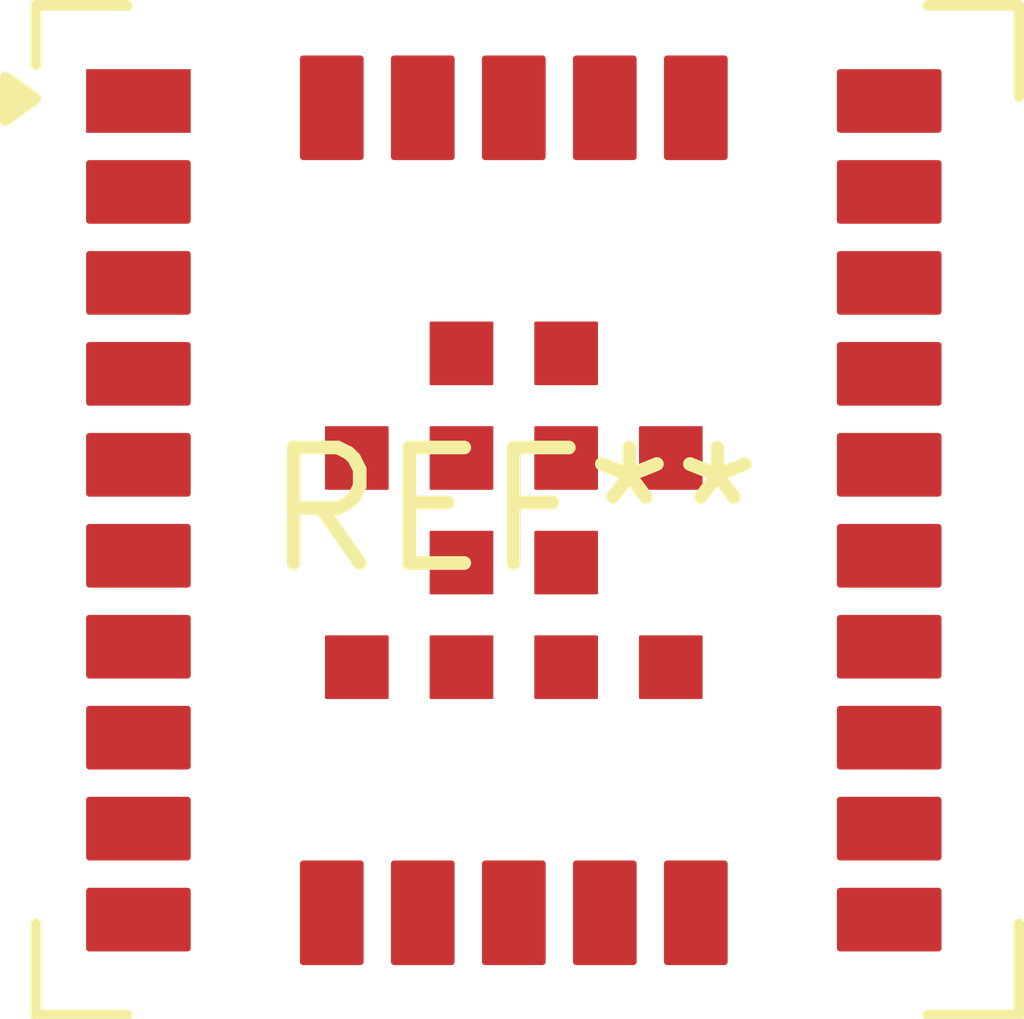
<source format=kicad_pcb>
(kicad_pcb (version 20240108) (generator pcbnew)
  (layers (0 "F.Cu" signal) (31 "B.Cu" signal) (34 "B.Paste" user) (35 "F.Paste" user) (36 "B.SilkS" user "B.Silkscreen") (37 "F.SilkS" user "F.Silkscreen") (38 "B.Mask" user) (39 "F.Mask" user) (44 "Edge.Cuts" user))
  (net 0 "")
  (footprint "NINA-B111" (layer "F.Cu") (at 0 0)
    (property "Reference" "REF**")
    (property "Value" "NINA-B111")
    (fp_line (start -5.25 -5.55) (end -4.25 -5.55) (layer "F.SilkS") (stroke (width 0.12)))
    (fp_line (start -5.25 -4.9) (end -5.25 -5.55) (layer "F.SilkS") (stroke (width 0.12)))
    (fp_line (start -5.25 5.55) (end -5.25 4.55) (layer "F.SilkS") (stroke (width 0.12)))
    (fp_line (start -4.25 5.55) (end -5.25 5.55) (layer "F.SilkS") (stroke (width 0.12)))
    (fp_line (start 4.55 -5.55) (end 5.55 -5.55) (layer "F.SilkS") (stroke (width 0.12)))
    (fp_line (start 5.55 -5.55) (end 5.55 -4.55) (layer "F.SilkS") (stroke (width 0.12)))
    (fp_line (start 5.55 4.55) (end 5.55 5.55) (layer "F.SilkS") (stroke (width 0.12)))
    (fp_line (start 5.55 5.55) (end 4.55 5.55) (layer "F.SilkS") (stroke (width 0.12)))
    (fp_poly (pts (xy -5.25 -4.525) (xy -5.586 -4.285) (xy -5.586 -4.765) (xy -5.25 -4.525)) (layer "F.SilkS") (stroke (width 0.12)) (fill solid))
    (pad "1" smd rect (at -4.125 -4.5) (size 1.15 0.7) (layers "F.Cu" "F.Paste" "F.Mask"))
    (pad "2" smd roundrect (at -4.125 -3.5) (size 1.15 0.7) (layers "F.Cu" "F.Paste" "F.Mask") (roundrect_rratio 0.05))
    (pad "3" smd roundrect (at -4.125 -2.5) (size 1.15 0.7) (layers "F.Cu" "F.Paste" "F.Mask") (roundrect_rratio 0.05))
    (pad "4" smd roundrect (at -4.125 -1.5) (size 1.15 0.7) (layers "F.Cu" "F.Paste" "F.Mask") (roundrect_rratio 0.05))
    (pad "5" smd roundrect (at -4.125 -0.5) (size 1.15 0.7) (layers "F.Cu" "F.Paste" "F.Mask") (roundrect_rratio 0.05))
    (pad "6" smd roundrect (at -4.125 0.5) (size 1.15 0.7) (layers "F.Cu" "F.Paste" "F.Mask") (roundrect_rratio 0.05))
    (pad "7" smd roundrect (at -4.125 1.5) (size 1.15 0.7) (layers "F.Cu" "F.Paste" "F.Mask") (roundrect_rratio 0.05))
    (pad "8" smd roundrect (at -4.125 2.5) (size 1.15 0.7) (layers "F.Cu" "F.Paste" "F.Mask") (roundrect_rratio 0.05))
    (pad "9" smd roundrect (at -4.125 3.5) (size 1.15 0.7) (layers "F.Cu" "F.Paste" "F.Mask") (roundrect_rratio 0.05))
    (pad "10" smd roundrect (at -4.125 4.5) (size 1.15 0.7) (layers "F.Cu" "F.Paste" "F.Mask") (roundrect_rratio 0.05))
    (pad "11" smd roundrect (at -2 4.425 90) (size 1.15 0.7) (layers "F.Cu" "F.Paste" "F.Mask") (roundrect_rratio 0.05))
    (pad "12" smd roundrect (at -1 4.425 90) (size 1.15 0.7) (layers "F.Cu" "F.Paste" "F.Mask") (roundrect_rratio 0.05))
    (pad "13" smd roundrect (at 0 4.425 90) (size 1.15 0.7) (layers "F.Cu" "F.Paste" "F.Mask") (roundrect_rratio 0.05))
    (pad "14" smd roundrect (at 1 4.425 90) (size 1.15 0.7) (layers "F.Cu" "F.Paste" "F.Mask") (roundrect_rratio 0.05))
    (pad "15" smd roundrect (at 2 4.425 90) (size 1.15 0.7) (layers "F.Cu" "F.Paste" "F.Mask") (roundrect_rratio 0.05))
    (pad "16" smd roundrect (at 4.125 4.5) (size 1.15 0.7) (layers "F.Cu" "F.Paste" "F.Mask") (roundrect_rratio 0.05))
    (pad "17" smd roundrect (at 4.125 3.5) (size 1.15 0.7) (layers "F.Cu" "F.Paste" "F.Mask") (roundrect_rratio 0.05))
    (pad "18" smd roundrect (at 4.125 2.5) (size 1.15 0.7) (layers "F.Cu" "F.Paste" "F.Mask") (roundrect_rratio 0.05))
    (pad "19" smd roundrect (at 4.125 1.5) (size 1.15 0.7) (layers "F.Cu" "F.Paste" "F.Mask") (roundrect_rratio 0.05))
    (pad "20" smd roundrect (at 4.125 0.5) (size 1.15 0.7) (layers "F.Cu" "F.Paste" "F.Mask") (roundrect_rratio 0.05))
    (pad "21" smd roundrect (at 4.125 -0.5) (size 1.15 0.7) (layers "F.Cu" "F.Paste" "F.Mask") (roundrect_rratio 0.05))
    (pad "22" smd roundrect (at 4.125 -1.5) (size 1.15 0.7) (layers "F.Cu" "F.Paste" "F.Mask") (roundrect_rratio 0.05))
    (pad "23" smd roundrect (at 4.125 -2.5) (size 1.15 0.7) (layers "F.Cu" "F.Paste" "F.Mask") (roundrect_rratio 0.05))
    (pad "24" smd roundrect (at 4.125 -3.5) (size 1.15 0.7) (layers "F.Cu" "F.Paste" "F.Mask") (roundrect_rratio 0.05))
    (pad "25" smd roundrect (at 4.125 -4.5) (size 1.15 0.7) (layers "F.Cu" "F.Paste" "F.Mask") (roundrect_rratio 0.05))
    (pad "26" smd roundrect (at 2 -4.425 90) (size 1.15 0.7) (layers "F.Cu" "F.Paste" "F.Mask") (roundrect_rratio 0.05))
    (pad "27" smd roundrect (at 1 -4.425 90) (size 1.15 0.7) (layers "F.Cu" "F.Paste" "F.Mask") (roundrect_rratio 0.05))
    (pad "28" smd roundrect (at 0 -4.425 90) (size 1.15 0.7) (layers "F.Cu" "F.Paste" "F.Mask") (roundrect_rratio 0.05))
    (pad "29" smd roundrect (at -1 -4.425 90) (size 1.15 0.7) (layers "F.Cu" "F.Paste" "F.Mask") (roundrect_rratio 0.05))
    (pad "30" smd roundrect (at -2 -4.425 90) (size 1.15 0.7) (layers "F.Cu" "F.Paste" "F.Mask") (roundrect_rratio 0.05))
    (pad "31" smd roundrect (at -0.575 -1.725 270) (size 0.7 0.7) (layers "F.Cu" "F.Paste" "F.Mask") (roundrect_rratio 0.02))
    (pad "32" smd roundrect (at 0.575 -1.725 270) (size 0.7 0.7) (layers "F.Cu" "F.Paste" "F.Mask") (roundrect_rratio 0.02))
    (pad "33" smd roundrect (at -1.725 -0.575 270) (size 0.7 0.7) (layers "F.Cu" "F.Paste" "F.Mask") (roundrect_rratio 0.02))
    (pad "34" smd roundrect (at -0.575 -0.575 270) (size 0.7 0.7) (layers "F.Cu" "F.Paste" "F.Mask") (roundrect_rratio 0.02))
    (pad "35" smd roundrect (at 0.575 -0.575 270) (size 0.7 0.7) (layers "F.Cu" "F.Paste" "F.Mask") (roundrect_rratio 0.02))
    (pad "36" smd roundrect (at 1.725 -0.575 270) (size 0.7 0.7) (layers "F.Cu" "F.Paste" "F.Mask") (roundrect_rratio 0.02))
    (pad "37" smd roundrect (at -0.575 0.575 270) (size 0.7 0.7) (layers "F.Cu" "F.Paste" "F.Mask") (roundrect_rratio 0.02))
    (pad "38" smd roundrect (at 0.575 0.575 270) (size 0.7 0.7) (layers "F.Cu" "F.Paste" "F.Mask") (roundrect_rratio 0.02))
    (pad "39" smd roundrect (at -1.725 1.725 270) (size 0.7 0.7) (layers "F.Cu" "F.Paste" "F.Mask") (roundrect_rratio 0.02))
    (pad "40" smd roundrect (at -0.575 1.725 270) (size 0.7 0.7) (layers "F.Cu" "F.Paste" "F.Mask") (roundrect_rratio 0.02))
    (pad "41" smd roundrect (at 0.575 1.725 270) (size 0.7 0.7) (layers "F.Cu" "F.Paste" "F.Mask") (roundrect_rratio 0.02))
    (pad "42" smd roundrect (at 1.725 1.725 270) (size 0.7 0.7) (layers "F.Cu" "F.Paste" "F.Mask") (roundrect_rratio 0.02))
  )
)
</source>
